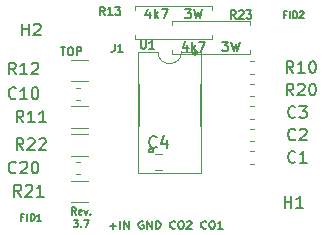
<source format=gto>
G04 #@! TF.GenerationSoftware,KiCad,Pcbnew,(5.1.6-0-10_14)*
G04 #@! TF.CreationDate,2021-08-16T11:45:39+01:00*
G04 #@! TF.ProjectId,VR-Conditioner-MAX9926+reg,56522d43-6f6e-4646-9974-696f6e65722d,3.7*
G04 #@! TF.SameCoordinates,PX68c4118PY713e7a8*
G04 #@! TF.FileFunction,Legend,Top*
G04 #@! TF.FilePolarity,Positive*
%FSLAX46Y46*%
G04 Gerber Fmt 4.6, Leading zero omitted, Abs format (unit mm)*
G04 Created by KiCad (PCBNEW (5.1.6-0-10_14)) date 2021-08-16 11:45:39*
%MOMM*%
%LPD*%
G01*
G04 APERTURE LIST*
%ADD10C,0.150000*%
%ADD11C,0.120000*%
%ADD12C,0.152400*%
G04 APERTURE END LIST*
D10*
X7933333Y3107143D02*
X8466666Y3107143D01*
X8200000Y2878572D02*
X8200000Y3335715D01*
X8800000Y2878572D02*
X8800000Y3478572D01*
X9133333Y2878572D02*
X9133333Y3478572D01*
X9533333Y2878572D01*
X9533333Y3478572D01*
X10766666Y3450000D02*
X10700000Y3478572D01*
X10600000Y3478572D01*
X10500000Y3450000D01*
X10433333Y3392858D01*
X10400000Y3335715D01*
X10366666Y3221429D01*
X10366666Y3135715D01*
X10400000Y3021429D01*
X10433333Y2964286D01*
X10500000Y2907143D01*
X10600000Y2878572D01*
X10666666Y2878572D01*
X10766666Y2907143D01*
X10800000Y2935715D01*
X10800000Y3135715D01*
X10666666Y3135715D01*
X11100000Y2878572D02*
X11100000Y3478572D01*
X11500000Y2878572D01*
X11500000Y3478572D01*
X11833333Y2878572D02*
X11833333Y3478572D01*
X12000000Y3478572D01*
X12100000Y3450000D01*
X12166666Y3392858D01*
X12200000Y3335715D01*
X12233333Y3221429D01*
X12233333Y3135715D01*
X12200000Y3021429D01*
X12166666Y2964286D01*
X12100000Y2907143D01*
X12000000Y2878572D01*
X11833333Y2878572D01*
X13466666Y2935715D02*
X13433333Y2907143D01*
X13333333Y2878572D01*
X13266666Y2878572D01*
X13166666Y2907143D01*
X13100000Y2964286D01*
X13066666Y3021429D01*
X13033333Y3135715D01*
X13033333Y3221429D01*
X13066666Y3335715D01*
X13100000Y3392858D01*
X13166666Y3450000D01*
X13266666Y3478572D01*
X13333333Y3478572D01*
X13433333Y3450000D01*
X13466666Y3421429D01*
X13900000Y3478572D02*
X14033333Y3478572D01*
X14100000Y3450000D01*
X14166666Y3392858D01*
X14200000Y3278572D01*
X14200000Y3078572D01*
X14166666Y2964286D01*
X14100000Y2907143D01*
X14033333Y2878572D01*
X13900000Y2878572D01*
X13833333Y2907143D01*
X13766666Y2964286D01*
X13733333Y3078572D01*
X13733333Y3278572D01*
X13766666Y3392858D01*
X13833333Y3450000D01*
X13900000Y3478572D01*
X14466666Y3421429D02*
X14500000Y3450000D01*
X14566666Y3478572D01*
X14733333Y3478572D01*
X14800000Y3450000D01*
X14833333Y3421429D01*
X14866666Y3364286D01*
X14866666Y3307143D01*
X14833333Y3221429D01*
X14433333Y2878572D01*
X14866666Y2878572D01*
X16100000Y2935715D02*
X16066666Y2907143D01*
X15966666Y2878572D01*
X15900000Y2878572D01*
X15800000Y2907143D01*
X15733333Y2964286D01*
X15700000Y3021429D01*
X15666666Y3135715D01*
X15666666Y3221429D01*
X15700000Y3335715D01*
X15733333Y3392858D01*
X15800000Y3450000D01*
X15900000Y3478572D01*
X15966666Y3478572D01*
X16066666Y3450000D01*
X16100000Y3421429D01*
X16533333Y3478572D02*
X16666666Y3478572D01*
X16733333Y3450000D01*
X16800000Y3392858D01*
X16833333Y3278572D01*
X16833333Y3078572D01*
X16800000Y2964286D01*
X16733333Y2907143D01*
X16666666Y2878572D01*
X16533333Y2878572D01*
X16466666Y2907143D01*
X16400000Y2964286D01*
X16366666Y3078572D01*
X16366666Y3278572D01*
X16400000Y3392858D01*
X16466666Y3450000D01*
X16533333Y3478572D01*
X17500000Y2878572D02*
X17100000Y2878572D01*
X17300000Y2878572D02*
X17300000Y3478572D01*
X17233333Y3392858D01*
X17166666Y3335715D01*
X17100000Y3307143D01*
X3768333Y18233334D02*
X4168333Y18233334D01*
X3968333Y17533334D02*
X3968333Y18233334D01*
X4535000Y18233334D02*
X4668333Y18233334D01*
X4735000Y18200000D01*
X4801666Y18133334D01*
X4835000Y18000000D01*
X4835000Y17766667D01*
X4801666Y17633334D01*
X4735000Y17566667D01*
X4668333Y17533334D01*
X4535000Y17533334D01*
X4468333Y17566667D01*
X4401666Y17633334D01*
X4368333Y17766667D01*
X4368333Y18000000D01*
X4401666Y18133334D01*
X4468333Y18200000D01*
X4535000Y18233334D01*
X5135000Y17533334D02*
X5135000Y18233334D01*
X5401666Y18233334D01*
X5468333Y18200000D01*
X5501666Y18166667D01*
X5535000Y18100000D01*
X5535000Y18000000D01*
X5501666Y17933334D01*
X5468333Y17900000D01*
X5401666Y17866667D01*
X5135000Y17866667D01*
X5072142Y4063572D02*
X4872142Y4349286D01*
X4729285Y4063572D02*
X4729285Y4663572D01*
X4957857Y4663572D01*
X5015000Y4635000D01*
X5043571Y4606429D01*
X5072142Y4549286D01*
X5072142Y4463572D01*
X5043571Y4406429D01*
X5015000Y4377858D01*
X4957857Y4349286D01*
X4729285Y4349286D01*
X5557857Y4092143D02*
X5500714Y4063572D01*
X5386428Y4063572D01*
X5329285Y4092143D01*
X5300714Y4149286D01*
X5300714Y4377858D01*
X5329285Y4435000D01*
X5386428Y4463572D01*
X5500714Y4463572D01*
X5557857Y4435000D01*
X5586428Y4377858D01*
X5586428Y4320715D01*
X5300714Y4263572D01*
X5786428Y4463572D02*
X5929285Y4063572D01*
X6072142Y4463572D01*
X6300714Y4120715D02*
X6329285Y4092143D01*
X6300714Y4063572D01*
X6272142Y4092143D01*
X6300714Y4120715D01*
X6300714Y4063572D01*
X4886428Y3613572D02*
X5257857Y3613572D01*
X5057857Y3385000D01*
X5143571Y3385000D01*
X5200714Y3356429D01*
X5229285Y3327858D01*
X5257857Y3270715D01*
X5257857Y3127858D01*
X5229285Y3070715D01*
X5200714Y3042143D01*
X5143571Y3013572D01*
X4972142Y3013572D01*
X4915000Y3042143D01*
X4886428Y3070715D01*
X5515000Y3070715D02*
X5543571Y3042143D01*
X5515000Y3013572D01*
X5486428Y3042143D01*
X5515000Y3070715D01*
X5515000Y3013572D01*
X5743571Y3613572D02*
X6143571Y3613572D01*
X5886428Y3013572D01*
X14510000Y18421429D02*
X14510000Y17888096D01*
X14319523Y18726191D02*
X14129047Y18154762D01*
X14624285Y18154762D01*
X14929047Y17888096D02*
X14929047Y18688096D01*
X15005238Y18192858D02*
X15233809Y17888096D01*
X15233809Y18421429D02*
X14929047Y18116667D01*
X15500476Y18688096D02*
X16033809Y18688096D01*
X15690952Y17888096D01*
X17481428Y18688096D02*
X17976666Y18688096D01*
X17710000Y18383334D01*
X17824285Y18383334D01*
X17900476Y18345239D01*
X17938571Y18307143D01*
X17976666Y18230953D01*
X17976666Y18040477D01*
X17938571Y17964286D01*
X17900476Y17926191D01*
X17824285Y17888096D01*
X17595714Y17888096D01*
X17519523Y17926191D01*
X17481428Y17964286D01*
X18243333Y18688096D02*
X18433809Y17888096D01*
X18586190Y18459524D01*
X18738571Y17888096D01*
X18929047Y18688096D01*
X11335000Y21201429D02*
X11335000Y20668096D01*
X11144523Y21506191D02*
X10954047Y20934762D01*
X11449285Y20934762D01*
X11754047Y20668096D02*
X11754047Y21468096D01*
X11830238Y20972858D02*
X12058809Y20668096D01*
X12058809Y21201429D02*
X11754047Y20896667D01*
X12325476Y21468096D02*
X12858809Y21468096D01*
X12515952Y20668096D01*
X14306428Y21468096D02*
X14801666Y21468096D01*
X14535000Y21163334D01*
X14649285Y21163334D01*
X14725476Y21125239D01*
X14763571Y21087143D01*
X14801666Y21010953D01*
X14801666Y20820477D01*
X14763571Y20744286D01*
X14725476Y20706191D01*
X14649285Y20668096D01*
X14420714Y20668096D01*
X14344523Y20706191D01*
X14306428Y20744286D01*
X15068333Y21468096D02*
X15258809Y20668096D01*
X15411190Y21239524D01*
X15563571Y20668096D01*
X15754047Y21468096D01*
D11*
G04 #@! TO.C,C20*
X5433279Y8511000D02*
X5107721Y8511000D01*
X5433279Y7491000D02*
X5107721Y7491000D01*
G04 #@! TO.C,C10*
X5107721Y13777500D02*
X5433279Y13777500D01*
X5107721Y14797500D02*
X5433279Y14797500D01*
G04 #@! TO.C,C4*
X11806422Y7799000D02*
X12323578Y7799000D01*
X11806422Y9219000D02*
X12323578Y9219000D01*
G04 #@! TO.C,C3*
X20165279Y13210000D02*
X19839721Y13210000D01*
X20165279Y12190000D02*
X19839721Y12190000D01*
G04 #@! TO.C,C2*
X20165279Y11305000D02*
X19839721Y11305000D01*
X20165279Y10285000D02*
X19839721Y10285000D01*
G04 #@! TO.C,C1*
X20165279Y9400000D02*
X19839721Y9400000D01*
X20165279Y8380000D02*
X19839721Y8380000D01*
G04 #@! TO.C,R23*
X13240000Y20090000D02*
X13240000Y20420000D01*
X13240000Y20420000D02*
X19780000Y20420000D01*
X19780000Y20420000D02*
X19780000Y20090000D01*
X13240000Y18010000D02*
X13240000Y17680000D01*
X13240000Y17680000D02*
X19780000Y17680000D01*
X19780000Y17680000D02*
X19780000Y18010000D01*
G04 #@! TO.C,R13*
X10065000Y21360000D02*
X10065000Y21690000D01*
X10065000Y21690000D02*
X16605000Y21690000D01*
X16605000Y21690000D02*
X16605000Y21360000D01*
X10065000Y19280000D02*
X10065000Y18950000D01*
X10065000Y18950000D02*
X16605000Y18950000D01*
X16605000Y18950000D02*
X16605000Y19280000D01*
D12*
G04 #@! TO.C,U1*
X10401300Y15076055D02*
X10401300Y11593945D01*
X15633700Y11593945D02*
X15633700Y15076055D01*
X11620500Y9378201D02*
X11239500Y9378201D01*
X11239500Y9378201D02*
X11239500Y9632201D01*
X11239500Y9632201D02*
X11620500Y9632201D01*
X11620500Y9632201D02*
X11620500Y9378201D01*
D11*
G04 #@! TO.C,R20*
X20173767Y14095000D02*
X19831233Y14095000D01*
X20173767Y15115000D02*
X19831233Y15115000D01*
G04 #@! TO.C,R10*
X20173767Y16000000D02*
X19831233Y16000000D01*
X20173767Y17020000D02*
X19831233Y17020000D01*
G04 #@! TO.C,J1*
X12017500Y17840000D02*
X10367500Y17840000D01*
X10367500Y17840000D02*
X10367500Y7560000D01*
X10367500Y7560000D02*
X15667500Y7560000D01*
X15667500Y7560000D02*
X15667500Y17840000D01*
X15667500Y17840000D02*
X14017500Y17840000D01*
X14017500Y17840000D02*
G75*
G02*
X12017500Y17840000I-1000000J0D01*
G01*
G04 #@! TO.C,R11*
X4670436Y13229000D02*
X6124564Y13229000D01*
X4670436Y11409000D02*
X6124564Y11409000D01*
G04 #@! TO.C,R21*
X4670436Y5122500D02*
X6124564Y5122500D01*
X4670436Y6942500D02*
X6124564Y6942500D01*
G04 #@! TO.C,R22*
X4670436Y10879500D02*
X6124564Y10879500D01*
X4670436Y9059500D02*
X6124564Y9059500D01*
G04 #@! TO.C,R12*
X4670436Y15346000D02*
X6124564Y15346000D01*
X4670436Y17166000D02*
X6124564Y17166000D01*
G04 #@! TO.C,C20*
D10*
X-7858Y7643858D02*
X-55477Y7596239D01*
X-198334Y7548620D01*
X-293572Y7548620D01*
X-436429Y7596239D01*
X-531667Y7691477D01*
X-579286Y7786715D01*
X-626905Y7977191D01*
X-626905Y8120048D01*
X-579286Y8310524D01*
X-531667Y8405762D01*
X-436429Y8501000D01*
X-293572Y8548620D01*
X-198334Y8548620D01*
X-55477Y8501000D01*
X-7858Y8453381D01*
X373095Y8453381D02*
X420714Y8501000D01*
X515952Y8548620D01*
X754047Y8548620D01*
X849285Y8501000D01*
X896904Y8453381D01*
X944523Y8358143D01*
X944523Y8262905D01*
X896904Y8120048D01*
X325476Y7548620D01*
X944523Y7548620D01*
X1563571Y8548620D02*
X1658809Y8548620D01*
X1754047Y8501000D01*
X1801666Y8453381D01*
X1849285Y8358143D01*
X1896904Y8167667D01*
X1896904Y7929572D01*
X1849285Y7739096D01*
X1801666Y7643858D01*
X1754047Y7596239D01*
X1658809Y7548620D01*
X1563571Y7548620D01*
X1468333Y7596239D01*
X1420714Y7643858D01*
X1373095Y7739096D01*
X1325476Y7929572D01*
X1325476Y8167667D01*
X1373095Y8358143D01*
X1420714Y8453381D01*
X1468333Y8501000D01*
X1563571Y8548620D01*
G04 #@! TO.C,C10*
X-7858Y13930358D02*
X-55477Y13882739D01*
X-198334Y13835120D01*
X-293572Y13835120D01*
X-436429Y13882739D01*
X-531667Y13977977D01*
X-579286Y14073215D01*
X-626905Y14263691D01*
X-626905Y14406548D01*
X-579286Y14597024D01*
X-531667Y14692262D01*
X-436429Y14787500D01*
X-293572Y14835120D01*
X-198334Y14835120D01*
X-55477Y14787500D01*
X-7858Y14739881D01*
X944523Y13835120D02*
X373095Y13835120D01*
X658809Y13835120D02*
X658809Y14835120D01*
X563571Y14692262D01*
X468333Y14597024D01*
X373095Y14549405D01*
X1563571Y14835120D02*
X1658809Y14835120D01*
X1754047Y14787500D01*
X1801666Y14739881D01*
X1849285Y14644643D01*
X1896904Y14454167D01*
X1896904Y14216072D01*
X1849285Y14025596D01*
X1801666Y13930358D01*
X1754047Y13882739D01*
X1658809Y13835120D01*
X1563571Y13835120D01*
X1468333Y13882739D01*
X1420714Y13930358D01*
X1373095Y14025596D01*
X1325476Y14216072D01*
X1325476Y14454167D01*
X1373095Y14644643D01*
X1420714Y14739881D01*
X1468333Y14787500D01*
X1563571Y14835120D01*
G04 #@! TO.C,C4*
X11898333Y9801858D02*
X11850714Y9754239D01*
X11707857Y9706620D01*
X11612619Y9706620D01*
X11469761Y9754239D01*
X11374523Y9849477D01*
X11326904Y9944715D01*
X11279285Y10135191D01*
X11279285Y10278048D01*
X11326904Y10468524D01*
X11374523Y10563762D01*
X11469761Y10659000D01*
X11612619Y10706620D01*
X11707857Y10706620D01*
X11850714Y10659000D01*
X11898333Y10611381D01*
X12755476Y10373286D02*
X12755476Y9706620D01*
X12517380Y10754239D02*
X12279285Y10039953D01*
X12898333Y10039953D01*
G04 #@! TO.C,C3*
X23645833Y12342858D02*
X23598214Y12295239D01*
X23455357Y12247620D01*
X23360119Y12247620D01*
X23217261Y12295239D01*
X23122023Y12390477D01*
X23074404Y12485715D01*
X23026785Y12676191D01*
X23026785Y12819048D01*
X23074404Y13009524D01*
X23122023Y13104762D01*
X23217261Y13200000D01*
X23360119Y13247620D01*
X23455357Y13247620D01*
X23598214Y13200000D01*
X23645833Y13152381D01*
X23979166Y13247620D02*
X24598214Y13247620D01*
X24264880Y12866667D01*
X24407738Y12866667D01*
X24502976Y12819048D01*
X24550595Y12771429D01*
X24598214Y12676191D01*
X24598214Y12438096D01*
X24550595Y12342858D01*
X24502976Y12295239D01*
X24407738Y12247620D01*
X24122023Y12247620D01*
X24026785Y12295239D01*
X23979166Y12342858D01*
G04 #@! TO.C,C2*
X23645833Y10437858D02*
X23598214Y10390239D01*
X23455357Y10342620D01*
X23360119Y10342620D01*
X23217261Y10390239D01*
X23122023Y10485477D01*
X23074404Y10580715D01*
X23026785Y10771191D01*
X23026785Y10914048D01*
X23074404Y11104524D01*
X23122023Y11199762D01*
X23217261Y11295000D01*
X23360119Y11342620D01*
X23455357Y11342620D01*
X23598214Y11295000D01*
X23645833Y11247381D01*
X24026785Y11247381D02*
X24074404Y11295000D01*
X24169642Y11342620D01*
X24407738Y11342620D01*
X24502976Y11295000D01*
X24550595Y11247381D01*
X24598214Y11152143D01*
X24598214Y11056905D01*
X24550595Y10914048D01*
X23979166Y10342620D01*
X24598214Y10342620D01*
G04 #@! TO.C,C1*
X23645833Y8532858D02*
X23598214Y8485239D01*
X23455357Y8437620D01*
X23360119Y8437620D01*
X23217261Y8485239D01*
X23122023Y8580477D01*
X23074404Y8675715D01*
X23026785Y8866191D01*
X23026785Y9009048D01*
X23074404Y9199524D01*
X23122023Y9294762D01*
X23217261Y9390000D01*
X23360119Y9437620D01*
X23455357Y9437620D01*
X23598214Y9390000D01*
X23645833Y9342381D01*
X24598214Y8437620D02*
X24026785Y8437620D01*
X24312500Y8437620D02*
X24312500Y9437620D01*
X24217261Y9294762D01*
X24122023Y9199524D01*
X24026785Y9151905D01*
G04 #@! TO.C,H2*
X508095Y19232620D02*
X508095Y20232620D01*
X508095Y19756429D02*
X1079523Y19756429D01*
X1079523Y19232620D02*
X1079523Y20232620D01*
X1508095Y20137381D02*
X1555714Y20185000D01*
X1650952Y20232620D01*
X1889047Y20232620D01*
X1984285Y20185000D01*
X2031904Y20137381D01*
X2079523Y20042143D01*
X2079523Y19946905D01*
X2031904Y19804048D01*
X1460476Y19232620D01*
X2079523Y19232620D01*
G04 #@! TO.C,H1*
X22733095Y4627620D02*
X22733095Y5627620D01*
X22733095Y5151429D02*
X23304523Y5151429D01*
X23304523Y4627620D02*
X23304523Y5627620D01*
X24304523Y4627620D02*
X23733095Y4627620D01*
X24018809Y4627620D02*
X24018809Y5627620D01*
X23923571Y5484762D01*
X23828333Y5389524D01*
X23733095Y5341905D01*
G04 #@! TO.C,R23*
X18600000Y20638334D02*
X18366666Y20971667D01*
X18200000Y20638334D02*
X18200000Y21338334D01*
X18466666Y21338334D01*
X18533333Y21305000D01*
X18566666Y21271667D01*
X18600000Y21205000D01*
X18600000Y21105000D01*
X18566666Y21038334D01*
X18533333Y21005000D01*
X18466666Y20971667D01*
X18200000Y20971667D01*
X18866666Y21271667D02*
X18900000Y21305000D01*
X18966666Y21338334D01*
X19133333Y21338334D01*
X19200000Y21305000D01*
X19233333Y21271667D01*
X19266666Y21205000D01*
X19266666Y21138334D01*
X19233333Y21038334D01*
X18833333Y20638334D01*
X19266666Y20638334D01*
X19500000Y21338334D02*
X19933333Y21338334D01*
X19700000Y21071667D01*
X19800000Y21071667D01*
X19866666Y21038334D01*
X19900000Y21005000D01*
X19933333Y20938334D01*
X19933333Y20771667D01*
X19900000Y20705000D01*
X19866666Y20671667D01*
X19800000Y20638334D01*
X19600000Y20638334D01*
X19533333Y20671667D01*
X19500000Y20705000D01*
G04 #@! TO.C,R13*
X7507282Y20953803D02*
X7273948Y21287136D01*
X7107282Y20953803D02*
X7107282Y21653803D01*
X7373948Y21653803D01*
X7440615Y21620469D01*
X7473948Y21587136D01*
X7507282Y21520469D01*
X7507282Y21420469D01*
X7473948Y21353803D01*
X7440615Y21320469D01*
X7373948Y21287136D01*
X7107282Y21287136D01*
X8173948Y20953803D02*
X7773948Y20953803D01*
X7973948Y20953803D02*
X7973948Y21653803D01*
X7907282Y21553803D01*
X7840615Y21487136D01*
X7773948Y21453803D01*
X8407282Y21653803D02*
X8840615Y21653803D01*
X8607282Y21387136D01*
X8707282Y21387136D01*
X8773948Y21353803D01*
X8807282Y21320469D01*
X8840615Y21253803D01*
X8840615Y21087136D01*
X8807282Y21020469D01*
X8773948Y20987136D01*
X8707282Y20953803D01*
X8507282Y20953803D01*
X8440615Y20987136D01*
X8407282Y21020469D01*
G04 #@! TO.C,U1*
X10579166Y18798334D02*
X10579166Y18231667D01*
X10612500Y18165000D01*
X10645833Y18131667D01*
X10712500Y18098334D01*
X10845833Y18098334D01*
X10912500Y18131667D01*
X10945833Y18165000D01*
X10979166Y18231667D01*
X10979166Y18798334D01*
X11679166Y18098334D02*
X11279166Y18098334D01*
X11479166Y18098334D02*
X11479166Y18798334D01*
X11412500Y18698334D01*
X11345833Y18631667D01*
X11279166Y18598334D01*
X15009880Y17780000D02*
X15247976Y17780000D01*
X15152738Y17541905D02*
X15247976Y17780000D01*
X15152738Y18018096D01*
X15438452Y17637143D02*
X15247976Y17780000D01*
X15438452Y17922858D01*
X15009880Y17780000D02*
X15247976Y17780000D01*
X15152738Y17541905D02*
X15247976Y17780000D01*
X15152738Y18018096D01*
X15438452Y17637143D02*
X15247976Y17780000D01*
X15438452Y17922858D01*
G04 #@! TO.C,R20*
X23487142Y14152620D02*
X23153809Y14628810D01*
X22915714Y14152620D02*
X22915714Y15152620D01*
X23296666Y15152620D01*
X23391904Y15105000D01*
X23439523Y15057381D01*
X23487142Y14962143D01*
X23487142Y14819286D01*
X23439523Y14724048D01*
X23391904Y14676429D01*
X23296666Y14628810D01*
X22915714Y14628810D01*
X23868095Y15057381D02*
X23915714Y15105000D01*
X24010952Y15152620D01*
X24249047Y15152620D01*
X24344285Y15105000D01*
X24391904Y15057381D01*
X24439523Y14962143D01*
X24439523Y14866905D01*
X24391904Y14724048D01*
X23820476Y14152620D01*
X24439523Y14152620D01*
X25058571Y15152620D02*
X25153809Y15152620D01*
X25249047Y15105000D01*
X25296666Y15057381D01*
X25344285Y14962143D01*
X25391904Y14771667D01*
X25391904Y14533572D01*
X25344285Y14343096D01*
X25296666Y14247858D01*
X25249047Y14200239D01*
X25153809Y14152620D01*
X25058571Y14152620D01*
X24963333Y14200239D01*
X24915714Y14247858D01*
X24868095Y14343096D01*
X24820476Y14533572D01*
X24820476Y14771667D01*
X24868095Y14962143D01*
X24915714Y15057381D01*
X24963333Y15105000D01*
X25058571Y15152620D01*
G04 #@! TO.C,R10*
X23487142Y16057620D02*
X23153809Y16533810D01*
X22915714Y16057620D02*
X22915714Y17057620D01*
X23296666Y17057620D01*
X23391904Y17010000D01*
X23439523Y16962381D01*
X23487142Y16867143D01*
X23487142Y16724286D01*
X23439523Y16629048D01*
X23391904Y16581429D01*
X23296666Y16533810D01*
X22915714Y16533810D01*
X24439523Y16057620D02*
X23868095Y16057620D01*
X24153809Y16057620D02*
X24153809Y17057620D01*
X24058571Y16914762D01*
X23963333Y16819524D01*
X23868095Y16771905D01*
X25058571Y17057620D02*
X25153809Y17057620D01*
X25249047Y17010000D01*
X25296666Y16962381D01*
X25344285Y16867143D01*
X25391904Y16676667D01*
X25391904Y16438572D01*
X25344285Y16248096D01*
X25296666Y16152858D01*
X25249047Y16105239D01*
X25153809Y16057620D01*
X25058571Y16057620D01*
X24963333Y16105239D01*
X24915714Y16152858D01*
X24868095Y16248096D01*
X24820476Y16438572D01*
X24820476Y16676667D01*
X24868095Y16867143D01*
X24915714Y16962381D01*
X24963333Y17010000D01*
X25058571Y17057620D01*
G04 #@! TO.C,J1*
X8339166Y18533334D02*
X8339166Y18033334D01*
X8305833Y17933334D01*
X8239166Y17866667D01*
X8139166Y17833334D01*
X8072500Y17833334D01*
X9039166Y17833334D02*
X8639166Y17833334D01*
X8839166Y17833334D02*
X8839166Y18533334D01*
X8772500Y18433334D01*
X8705833Y18366667D01*
X8639166Y18333334D01*
G04 #@! TO.C,FID2*
X22852142Y20997858D02*
X22652142Y20997858D01*
X22652142Y20683572D02*
X22652142Y21283572D01*
X22937857Y21283572D01*
X23166428Y20683572D02*
X23166428Y21283572D01*
X23452142Y20683572D02*
X23452142Y21283572D01*
X23595000Y21283572D01*
X23680714Y21255000D01*
X23737857Y21197858D01*
X23766428Y21140715D01*
X23795000Y21026429D01*
X23795000Y20940715D01*
X23766428Y20826429D01*
X23737857Y20769286D01*
X23680714Y20712143D01*
X23595000Y20683572D01*
X23452142Y20683572D01*
X24023571Y21226429D02*
X24052142Y21255000D01*
X24109285Y21283572D01*
X24252142Y21283572D01*
X24309285Y21255000D01*
X24337857Y21226429D01*
X24366428Y21169286D01*
X24366428Y21112143D01*
X24337857Y21026429D01*
X23995000Y20683572D01*
X24366428Y20683572D01*
G04 #@! TO.C,FID1*
X627142Y3852858D02*
X427142Y3852858D01*
X427142Y3538572D02*
X427142Y4138572D01*
X712857Y4138572D01*
X941428Y3538572D02*
X941428Y4138572D01*
X1227142Y3538572D02*
X1227142Y4138572D01*
X1370000Y4138572D01*
X1455714Y4110000D01*
X1512857Y4052858D01*
X1541428Y3995715D01*
X1570000Y3881429D01*
X1570000Y3795715D01*
X1541428Y3681429D01*
X1512857Y3624286D01*
X1455714Y3567143D01*
X1370000Y3538572D01*
X1227142Y3538572D01*
X2141428Y3538572D02*
X1798571Y3538572D01*
X1970000Y3538572D02*
X1970000Y4138572D01*
X1912857Y4052858D01*
X1855714Y3995715D01*
X1798571Y3967143D01*
G04 #@! TO.C,R11*
X627142Y11866620D02*
X293809Y12342810D01*
X55714Y11866620D02*
X55714Y12866620D01*
X436666Y12866620D01*
X531904Y12819000D01*
X579523Y12771381D01*
X627142Y12676143D01*
X627142Y12533286D01*
X579523Y12438048D01*
X531904Y12390429D01*
X436666Y12342810D01*
X55714Y12342810D01*
X1579523Y11866620D02*
X1008095Y11866620D01*
X1293809Y11866620D02*
X1293809Y12866620D01*
X1198571Y12723762D01*
X1103333Y12628524D01*
X1008095Y12580905D01*
X2531904Y11866620D02*
X1960476Y11866620D01*
X2246190Y11866620D02*
X2246190Y12866620D01*
X2150952Y12723762D01*
X2055714Y12628524D01*
X1960476Y12580905D01*
G04 #@! TO.C,R21*
X436642Y5580120D02*
X103309Y6056310D01*
X-134786Y5580120D02*
X-134786Y6580120D01*
X246166Y6580120D01*
X341404Y6532500D01*
X389023Y6484881D01*
X436642Y6389643D01*
X436642Y6246786D01*
X389023Y6151548D01*
X341404Y6103929D01*
X246166Y6056310D01*
X-134786Y6056310D01*
X817595Y6484881D02*
X865214Y6532500D01*
X960452Y6580120D01*
X1198547Y6580120D01*
X1293785Y6532500D01*
X1341404Y6484881D01*
X1389023Y6389643D01*
X1389023Y6294405D01*
X1341404Y6151548D01*
X769976Y5580120D01*
X1389023Y5580120D01*
X2341404Y5580120D02*
X1769976Y5580120D01*
X2055690Y5580120D02*
X2055690Y6580120D01*
X1960452Y6437262D01*
X1865214Y6342024D01*
X1769976Y6294405D01*
G04 #@! TO.C,R22*
X627142Y9517120D02*
X293809Y9993310D01*
X55714Y9517120D02*
X55714Y10517120D01*
X436666Y10517120D01*
X531904Y10469500D01*
X579523Y10421881D01*
X627142Y10326643D01*
X627142Y10183786D01*
X579523Y10088548D01*
X531904Y10040929D01*
X436666Y9993310D01*
X55714Y9993310D01*
X1008095Y10421881D02*
X1055714Y10469500D01*
X1150952Y10517120D01*
X1389047Y10517120D01*
X1484285Y10469500D01*
X1531904Y10421881D01*
X1579523Y10326643D01*
X1579523Y10231405D01*
X1531904Y10088548D01*
X960476Y9517120D01*
X1579523Y9517120D01*
X1960476Y10421881D02*
X2008095Y10469500D01*
X2103333Y10517120D01*
X2341428Y10517120D01*
X2436666Y10469500D01*
X2484285Y10421881D01*
X2531904Y10326643D01*
X2531904Y10231405D01*
X2484285Y10088548D01*
X1912857Y9517120D01*
X2531904Y9517120D01*
G04 #@! TO.C,R12*
X-7858Y15930620D02*
X-341191Y16406810D01*
X-579286Y15930620D02*
X-579286Y16930620D01*
X-198334Y16930620D01*
X-103096Y16883000D01*
X-55477Y16835381D01*
X-7858Y16740143D01*
X-7858Y16597286D01*
X-55477Y16502048D01*
X-103096Y16454429D01*
X-198334Y16406810D01*
X-579286Y16406810D01*
X944523Y15930620D02*
X373095Y15930620D01*
X658809Y15930620D02*
X658809Y16930620D01*
X563571Y16787762D01*
X468333Y16692524D01*
X373095Y16644905D01*
X1325476Y16835381D02*
X1373095Y16883000D01*
X1468333Y16930620D01*
X1706428Y16930620D01*
X1801666Y16883000D01*
X1849285Y16835381D01*
X1896904Y16740143D01*
X1896904Y16644905D01*
X1849285Y16502048D01*
X1277857Y15930620D01*
X1896904Y15930620D01*
G04 #@! TD*
M02*

</source>
